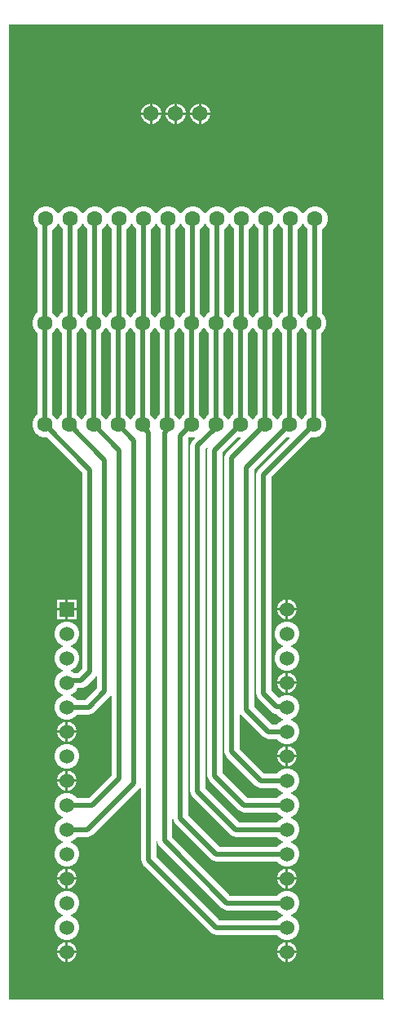
<source format=gbr>
%TF.GenerationSoftware,Altium Limited,Altium Designer,23.10.1 (27)*%
G04 Layer_Physical_Order=2*
G04 Layer_Color=16711680*
%FSLAX45Y45*%
%MOMM*%
%TF.SameCoordinates,40559D1A-9741-442B-B983-05AFCF4434A8*%
%TF.FilePolarity,Positive*%
%TF.FileFunction,Copper,L2,Bot,Signal*%
%TF.Part,Single*%
G01*
G75*
%TA.AperFunction,ComponentPad*%
%ADD11R,1.53000X1.53000*%
%ADD12C,1.53000*%
%ADD13C,1.60000*%
%TA.AperFunction,Conductor*%
%ADD14C,0.50800*%
G36*
X6438900Y2590800D02*
X6439867Y2589833D01*
X6435006Y2578100D01*
X2552700D01*
Y12700000D01*
X6438900D01*
Y2590800D01*
D02*
G37*
%LPC*%
G36*
X4547776Y11878300D02*
X4546600D01*
Y11785600D01*
X4639300D01*
Y11786776D01*
X4632117Y11813583D01*
X4618241Y11837617D01*
X4598617Y11857241D01*
X4574583Y11871117D01*
X4547776Y11878300D01*
D02*
G37*
G36*
X4039776D02*
X4038600D01*
Y11785600D01*
X4131300D01*
Y11786776D01*
X4124117Y11813583D01*
X4110241Y11837617D01*
X4090617Y11857241D01*
X4066583Y11871117D01*
X4039776Y11878300D01*
D02*
G37*
G36*
X4293776D02*
X4292600D01*
Y11785600D01*
X4385300D01*
Y11786776D01*
X4378117Y11813583D01*
X4364241Y11837617D01*
X4344617Y11857241D01*
X4320583Y11871117D01*
X4293776Y11878300D01*
D02*
G37*
G36*
X4521200D02*
X4520024D01*
X4493217Y11871117D01*
X4469183Y11857241D01*
X4449559Y11837617D01*
X4435683Y11813583D01*
X4428500Y11786776D01*
Y11785600D01*
X4521200D01*
Y11878300D01*
D02*
G37*
G36*
X4013200D02*
X4012024D01*
X3985217Y11871117D01*
X3961183Y11857241D01*
X3941559Y11837617D01*
X3927683Y11813583D01*
X3920500Y11786776D01*
Y11785600D01*
X4013200D01*
Y11878300D01*
D02*
G37*
G36*
X4267200D02*
X4266024D01*
X4239217Y11871117D01*
X4215183Y11857241D01*
X4195559Y11837617D01*
X4181683Y11813583D01*
X4174500Y11786776D01*
Y11785600D01*
X4267200D01*
Y11878300D01*
D02*
G37*
G36*
X4639300Y11760200D02*
X4546600D01*
Y11667500D01*
X4547776D01*
X4574583Y11674683D01*
X4598617Y11688559D01*
X4618241Y11708183D01*
X4632117Y11732217D01*
X4639300Y11759024D01*
Y11760200D01*
D02*
G37*
G36*
X4521200D02*
X4428500D01*
Y11759024D01*
X4435683Y11732217D01*
X4449559Y11708183D01*
X4469183Y11688559D01*
X4493217Y11674683D01*
X4520024Y11667500D01*
X4521200D01*
Y11760200D01*
D02*
G37*
G36*
X4385300D02*
X4292600D01*
Y11667500D01*
X4293776D01*
X4320583Y11674683D01*
X4344617Y11688559D01*
X4364241Y11708183D01*
X4378117Y11732217D01*
X4385300Y11759024D01*
Y11760200D01*
D02*
G37*
G36*
X4267200D02*
X4174500D01*
Y11759024D01*
X4181683Y11732217D01*
X4195559Y11708183D01*
X4215183Y11688559D01*
X4239217Y11674683D01*
X4266024Y11667500D01*
X4267200D01*
Y11760200D01*
D02*
G37*
G36*
X4131300D02*
X4038600D01*
Y11667500D01*
X4039776D01*
X4066583Y11674683D01*
X4090617Y11688559D01*
X4110241Y11708183D01*
X4124117Y11732217D01*
X4131300Y11759024D01*
Y11760200D01*
D02*
G37*
G36*
X4013200D02*
X3920500D01*
Y11759024D01*
X3927683Y11732217D01*
X3941559Y11708183D01*
X3961183Y11688559D01*
X3985217Y11674683D01*
X4012024Y11667500D01*
X4013200D01*
Y11760200D01*
D02*
G37*
G36*
X5744920Y10811500D02*
X5710480D01*
X5677213Y10802586D01*
X5647387Y10785366D01*
X5623034Y10761013D01*
X5607773Y10734579D01*
X5603728Y10733454D01*
X5597672D01*
X5593627Y10734579D01*
X5578366Y10761013D01*
X5554013Y10785366D01*
X5524187Y10802586D01*
X5490920Y10811500D01*
X5456480D01*
X5423213Y10802586D01*
X5393387Y10785366D01*
X5369034Y10761013D01*
X5353773Y10734579D01*
X5349728Y10733454D01*
X5343672D01*
X5339627Y10734579D01*
X5324366Y10761013D01*
X5300013Y10785366D01*
X5270187Y10802586D01*
X5236920Y10811500D01*
X5202480D01*
X5169213Y10802586D01*
X5139387Y10785366D01*
X5115034Y10761013D01*
X5099773Y10734579D01*
X5095728Y10733454D01*
X5089672D01*
X5085627Y10734579D01*
X5070366Y10761013D01*
X5046013Y10785366D01*
X5016187Y10802586D01*
X4982920Y10811500D01*
X4948480D01*
X4915213Y10802586D01*
X4885387Y10785366D01*
X4861034Y10761013D01*
X4845773Y10734579D01*
X4841728Y10733454D01*
X4835672D01*
X4831627Y10734579D01*
X4816366Y10761013D01*
X4792013Y10785366D01*
X4762187Y10802586D01*
X4728920Y10811500D01*
X4694480D01*
X4661213Y10802586D01*
X4631387Y10785366D01*
X4607034Y10761013D01*
X4591773Y10734579D01*
X4587728Y10733454D01*
X4581672D01*
X4577627Y10734579D01*
X4562366Y10761013D01*
X4538013Y10785366D01*
X4508187Y10802586D01*
X4474920Y10811500D01*
X4440480D01*
X4407213Y10802586D01*
X4377387Y10785366D01*
X4353034Y10761013D01*
X4337773Y10734579D01*
X4333728Y10733454D01*
X4327672D01*
X4323627Y10734579D01*
X4308366Y10761013D01*
X4284013Y10785366D01*
X4254187Y10802586D01*
X4220920Y10811500D01*
X4186480D01*
X4153213Y10802586D01*
X4123387Y10785366D01*
X4099034Y10761013D01*
X4083773Y10734579D01*
X4079728Y10733454D01*
X4073672D01*
X4069627Y10734579D01*
X4054366Y10761013D01*
X4030013Y10785366D01*
X4000187Y10802586D01*
X3966920Y10811500D01*
X3932480D01*
X3899213Y10802586D01*
X3869387Y10785366D01*
X3845034Y10761013D01*
X3829773Y10734579D01*
X3825728Y10733454D01*
X3819672D01*
X3815627Y10734579D01*
X3800366Y10761013D01*
X3776013Y10785366D01*
X3746187Y10802586D01*
X3712920Y10811500D01*
X3678480D01*
X3645213Y10802586D01*
X3615387Y10785366D01*
X3591034Y10761013D01*
X3575773Y10734579D01*
X3571728Y10733454D01*
X3565672D01*
X3561627Y10734579D01*
X3546366Y10761013D01*
X3522013Y10785366D01*
X3492187Y10802586D01*
X3458920Y10811500D01*
X3424480D01*
X3391213Y10802586D01*
X3361387Y10785366D01*
X3337034Y10761013D01*
X3321773Y10734579D01*
X3317728Y10733454D01*
X3311672D01*
X3307627Y10734579D01*
X3292366Y10761013D01*
X3268013Y10785366D01*
X3238187Y10802586D01*
X3204920Y10811500D01*
X3170480D01*
X3137213Y10802586D01*
X3107387Y10785366D01*
X3083034Y10761013D01*
X3067773Y10734579D01*
X3063728Y10733454D01*
X3057672D01*
X3053627Y10734579D01*
X3038366Y10761013D01*
X3014013Y10785366D01*
X2984187Y10802586D01*
X2950920Y10811500D01*
X2916480D01*
X2883213Y10802586D01*
X2853387Y10785366D01*
X2829034Y10761013D01*
X2811814Y10731187D01*
X2802900Y10697920D01*
Y10663480D01*
X2811814Y10630213D01*
X2829034Y10600387D01*
X2844142Y10585279D01*
Y9707861D01*
X2840687Y9705866D01*
X2816334Y9681513D01*
X2799114Y9651687D01*
X2790200Y9618420D01*
Y9583980D01*
X2799114Y9550713D01*
X2816334Y9520887D01*
X2840687Y9496534D01*
X2844142Y9494539D01*
Y8653761D01*
X2840687Y8651766D01*
X2816334Y8627413D01*
X2799114Y8597587D01*
X2790200Y8564320D01*
Y8529880D01*
X2799114Y8496613D01*
X2816334Y8466787D01*
X2840687Y8442434D01*
X2870513Y8425214D01*
X2903780Y8416300D01*
X2938220D01*
X2942074Y8417333D01*
X3314042Y8045364D01*
Y6013535D01*
X3264319Y5963813D01*
X3233217D01*
X3227764Y5969265D01*
X3198736Y5986025D01*
X3191178Y5988050D01*
Y6000750D01*
X3198736Y6002775D01*
X3227764Y6019535D01*
X3251465Y6043236D01*
X3268225Y6072264D01*
X3276900Y6104641D01*
Y6138159D01*
X3268225Y6170536D01*
X3251465Y6199564D01*
X3227764Y6223265D01*
X3198736Y6240025D01*
X3191178Y6242050D01*
Y6254750D01*
X3198736Y6256775D01*
X3227764Y6273535D01*
X3251465Y6297236D01*
X3268225Y6326264D01*
X3276900Y6358641D01*
Y6392159D01*
X3268225Y6424536D01*
X3251465Y6453564D01*
X3227764Y6477265D01*
X3198736Y6494025D01*
X3166359Y6502700D01*
X3132841D01*
X3100464Y6494025D01*
X3071436Y6477265D01*
X3047735Y6453564D01*
X3030975Y6424536D01*
X3022300Y6392159D01*
Y6358641D01*
X3030975Y6326264D01*
X3047735Y6297236D01*
X3071436Y6273535D01*
X3100464Y6256775D01*
X3108022Y6254750D01*
Y6242050D01*
X3100464Y6240025D01*
X3071436Y6223265D01*
X3047735Y6199564D01*
X3030975Y6170536D01*
X3022300Y6138159D01*
Y6104641D01*
X3030975Y6072264D01*
X3047735Y6043236D01*
X3071436Y6019535D01*
X3100464Y6002775D01*
X3108022Y6000750D01*
Y5988050D01*
X3100464Y5986025D01*
X3071436Y5969265D01*
X3047735Y5945564D01*
X3030975Y5916536D01*
X3022300Y5884159D01*
Y5850641D01*
X3030975Y5818264D01*
X3047735Y5789236D01*
X3071436Y5765535D01*
X3100464Y5748775D01*
X3108022Y5746750D01*
Y5734050D01*
X3100464Y5732025D01*
X3071436Y5715265D01*
X3047735Y5691564D01*
X3030975Y5662536D01*
X3022300Y5630159D01*
Y5596641D01*
X3030975Y5564264D01*
X3047735Y5535236D01*
X3071436Y5511535D01*
X3100464Y5494775D01*
X3132841Y5486100D01*
X3166359D01*
X3198736Y5494775D01*
X3227764Y5511535D01*
X3251465Y5535236D01*
X3252220Y5536542D01*
X3378200D01*
X3398092Y5539161D01*
X3416629Y5546839D01*
X3432547Y5559053D01*
X3597647Y5724153D01*
X3606142Y5735225D01*
X3618842Y5730914D01*
Y4908636D01*
X3384464Y4674258D01*
X3252220D01*
X3251465Y4675564D01*
X3227764Y4699265D01*
X3198736Y4716025D01*
X3166359Y4724700D01*
X3132841D01*
X3100464Y4716025D01*
X3071436Y4699265D01*
X3047735Y4675564D01*
X3030975Y4646536D01*
X3022300Y4614159D01*
Y4580641D01*
X3030975Y4548264D01*
X3047735Y4519236D01*
X3071436Y4495535D01*
X3100464Y4478775D01*
X3108022Y4476750D01*
Y4464050D01*
X3100464Y4462025D01*
X3071436Y4445265D01*
X3047735Y4421564D01*
X3030975Y4392536D01*
X3022300Y4360159D01*
Y4326641D01*
X3030975Y4294264D01*
X3047735Y4265236D01*
X3071436Y4241535D01*
X3100464Y4224775D01*
X3108022Y4222750D01*
Y4210050D01*
X3100464Y4208025D01*
X3071436Y4191265D01*
X3047735Y4167564D01*
X3030975Y4138536D01*
X3022300Y4106159D01*
Y4072641D01*
X3030975Y4040264D01*
X3047735Y4011236D01*
X3071436Y3987535D01*
X3100464Y3970775D01*
X3132841Y3962100D01*
X3166359D01*
X3198736Y3970775D01*
X3227764Y3987535D01*
X3251465Y4011236D01*
X3268225Y4040264D01*
X3276900Y4072641D01*
Y4106159D01*
X3268225Y4138536D01*
X3251465Y4167564D01*
X3227764Y4191265D01*
X3198736Y4208025D01*
X3191178Y4210050D01*
Y4222750D01*
X3198736Y4224775D01*
X3227764Y4241535D01*
X3251465Y4265236D01*
X3252220Y4266542D01*
X3365500D01*
X3385392Y4269161D01*
X3403929Y4276839D01*
X3419847Y4289053D01*
X3902447Y4771653D01*
X3910942Y4782725D01*
X3923642Y4778414D01*
Y4025900D01*
X3926261Y4006008D01*
X3933939Y3987471D01*
X3946153Y3971554D01*
X4644654Y3273053D01*
X4660571Y3260839D01*
X4679108Y3253161D01*
X4699000Y3250542D01*
X4699002Y3250542D01*
X5332980D01*
X5333735Y3249236D01*
X5357436Y3225535D01*
X5386464Y3208775D01*
X5418841Y3200100D01*
X5452359D01*
X5484736Y3208775D01*
X5513764Y3225535D01*
X5537465Y3249236D01*
X5554225Y3278264D01*
X5562900Y3310641D01*
Y3344159D01*
X5554225Y3376536D01*
X5537465Y3405564D01*
X5513764Y3429265D01*
X5484736Y3446025D01*
X5477178Y3448050D01*
Y3460750D01*
X5484736Y3462775D01*
X5513764Y3479535D01*
X5537465Y3503236D01*
X5554225Y3532264D01*
X5562900Y3564641D01*
Y3598159D01*
X5554225Y3630536D01*
X5537465Y3659564D01*
X5513764Y3683265D01*
X5484736Y3700025D01*
X5452359Y3708700D01*
X5418841D01*
X5386464Y3700025D01*
X5357436Y3683265D01*
X5333735Y3659564D01*
X5332980Y3658258D01*
X4845136D01*
X4242458Y4260936D01*
Y4446877D01*
X4255158Y4447710D01*
X4256461Y4437808D01*
X4264139Y4419271D01*
X4276353Y4403354D01*
X4644654Y4035053D01*
X4660571Y4022839D01*
X4679108Y4015161D01*
X4699000Y4012542D01*
X5332980D01*
X5333735Y4011236D01*
X5357436Y3987535D01*
X5386464Y3970775D01*
X5418841Y3962100D01*
X5452359D01*
X5484736Y3970775D01*
X5513764Y3987535D01*
X5537465Y4011236D01*
X5554225Y4040264D01*
X5562900Y4072641D01*
Y4106159D01*
X5554225Y4138536D01*
X5537465Y4167564D01*
X5513764Y4191265D01*
X5484736Y4208025D01*
X5477178Y4210050D01*
Y4222750D01*
X5484736Y4224775D01*
X5513764Y4241535D01*
X5537465Y4265236D01*
X5554225Y4294264D01*
X5562900Y4326641D01*
Y4360159D01*
X5554225Y4392536D01*
X5537465Y4421564D01*
X5513764Y4445265D01*
X5484736Y4462025D01*
X5477178Y4464050D01*
Y4476750D01*
X5484736Y4478775D01*
X5513764Y4495535D01*
X5537465Y4519236D01*
X5554225Y4548264D01*
X5562900Y4580641D01*
Y4614159D01*
X5554225Y4646536D01*
X5537465Y4675564D01*
X5513764Y4699265D01*
X5484736Y4716025D01*
X5477178Y4718050D01*
Y4730750D01*
X5484736Y4732775D01*
X5513764Y4749535D01*
X5537465Y4773236D01*
X5554225Y4802264D01*
X5562900Y4834641D01*
Y4868159D01*
X5554225Y4900536D01*
X5537465Y4929564D01*
X5513764Y4953265D01*
X5484736Y4970025D01*
X5452359Y4978700D01*
X5418841D01*
X5386464Y4970025D01*
X5357436Y4953265D01*
X5333735Y4929564D01*
X5332980Y4928258D01*
X5193571D01*
X4940958Y5180871D01*
Y5540414D01*
X4953658Y5544725D01*
X4962153Y5533653D01*
X5190753Y5305053D01*
X5206671Y5292839D01*
X5225208Y5285161D01*
X5245100Y5282542D01*
X5332980D01*
X5333735Y5281236D01*
X5357436Y5257535D01*
X5386464Y5240775D01*
X5418841Y5232100D01*
X5452359D01*
X5484736Y5240775D01*
X5513764Y5257535D01*
X5537465Y5281236D01*
X5554225Y5310264D01*
X5562900Y5342641D01*
Y5376159D01*
X5554225Y5408536D01*
X5537465Y5437564D01*
X5513764Y5461265D01*
X5484736Y5478025D01*
X5477178Y5480050D01*
Y5492750D01*
X5484736Y5494775D01*
X5513764Y5511535D01*
X5537465Y5535236D01*
X5554225Y5564264D01*
X5562900Y5596641D01*
Y5630159D01*
X5554225Y5662536D01*
X5537465Y5691564D01*
X5513764Y5715265D01*
X5484736Y5732025D01*
X5452359Y5740700D01*
X5418841D01*
X5386464Y5732025D01*
X5357436Y5715265D01*
X5349132Y5706961D01*
X5271158Y5784936D01*
Y7994564D01*
X5693926Y8417333D01*
X5697780Y8416300D01*
X5732220D01*
X5765487Y8425214D01*
X5795313Y8442434D01*
X5819666Y8466787D01*
X5836886Y8496613D01*
X5845800Y8529880D01*
Y8564320D01*
X5836886Y8597587D01*
X5819666Y8627413D01*
X5795313Y8651766D01*
X5791858Y8653761D01*
Y9494539D01*
X5795313Y9496534D01*
X5819666Y9520887D01*
X5836886Y9550713D01*
X5845800Y9583980D01*
Y9618420D01*
X5836886Y9651687D01*
X5819666Y9681513D01*
X5798208Y9702971D01*
Y10570373D01*
X5808013Y10576034D01*
X5832366Y10600387D01*
X5849586Y10630213D01*
X5858500Y10663480D01*
Y10697920D01*
X5849586Y10731187D01*
X5832366Y10761013D01*
X5808013Y10785366D01*
X5778187Y10802586D01*
X5744920Y10811500D01*
D02*
G37*
G36*
X5449016Y6731300D02*
X5448300D01*
Y6642100D01*
X5537500D01*
Y6642816D01*
X5530556Y6668732D01*
X5517140Y6691968D01*
X5498168Y6710940D01*
X5474932Y6724356D01*
X5449016Y6731300D01*
D02*
G37*
G36*
X5422900D02*
X5422184D01*
X5396268Y6724356D01*
X5373032Y6710940D01*
X5354060Y6691968D01*
X5340644Y6668732D01*
X5333700Y6642816D01*
Y6642100D01*
X5422900D01*
Y6731300D01*
D02*
G37*
G36*
X3251500D02*
X3162300D01*
Y6642100D01*
X3251500D01*
Y6731300D01*
D02*
G37*
G36*
X3136900D02*
X3047700D01*
Y6642100D01*
X3136900D01*
Y6731300D01*
D02*
G37*
G36*
X5537500Y6616700D02*
X5448300D01*
Y6527500D01*
X5449016D01*
X5474932Y6534444D01*
X5498168Y6547860D01*
X5517140Y6566832D01*
X5530556Y6590068D01*
X5537500Y6615984D01*
Y6616700D01*
D02*
G37*
G36*
X5422900D02*
X5333700D01*
Y6615984D01*
X5340644Y6590068D01*
X5354060Y6566832D01*
X5373032Y6547860D01*
X5396268Y6534444D01*
X5422184Y6527500D01*
X5422900D01*
Y6616700D01*
D02*
G37*
G36*
X3251500D02*
X3162300D01*
Y6527500D01*
X3251500D01*
Y6616700D01*
D02*
G37*
G36*
X3136900D02*
X3047700D01*
Y6527500D01*
X3136900D01*
Y6616700D01*
D02*
G37*
G36*
X5452359Y6502700D02*
X5418841D01*
X5386464Y6494025D01*
X5357436Y6477265D01*
X5333735Y6453564D01*
X5316975Y6424536D01*
X5308300Y6392159D01*
Y6358641D01*
X5316975Y6326264D01*
X5333735Y6297236D01*
X5357436Y6273535D01*
X5386464Y6256775D01*
X5394022Y6254750D01*
Y6242050D01*
X5386464Y6240025D01*
X5357436Y6223265D01*
X5333735Y6199564D01*
X5316975Y6170536D01*
X5308300Y6138159D01*
Y6104641D01*
X5316975Y6072264D01*
X5333735Y6043236D01*
X5357436Y6019535D01*
X5386464Y6002775D01*
X5418841Y5994100D01*
X5452359D01*
X5484736Y6002775D01*
X5513764Y6019535D01*
X5537465Y6043236D01*
X5554225Y6072264D01*
X5562900Y6104641D01*
Y6138159D01*
X5554225Y6170536D01*
X5537465Y6199564D01*
X5513764Y6223265D01*
X5484736Y6240025D01*
X5477178Y6242050D01*
Y6254750D01*
X5484736Y6256775D01*
X5513764Y6273535D01*
X5537465Y6297236D01*
X5554225Y6326264D01*
X5562900Y6358641D01*
Y6392159D01*
X5554225Y6424536D01*
X5537465Y6453564D01*
X5513764Y6477265D01*
X5484736Y6494025D01*
X5452359Y6502700D01*
D02*
G37*
G36*
X5449016Y5969300D02*
X5448300D01*
Y5880100D01*
X5537500D01*
Y5880816D01*
X5530556Y5906732D01*
X5517140Y5929968D01*
X5498168Y5948940D01*
X5474932Y5962356D01*
X5449016Y5969300D01*
D02*
G37*
G36*
X5422900D02*
X5422184D01*
X5396268Y5962356D01*
X5373032Y5948940D01*
X5354060Y5929968D01*
X5340644Y5906732D01*
X5333700Y5880816D01*
Y5880100D01*
X5422900D01*
Y5969300D01*
D02*
G37*
G36*
X5537500Y5854700D02*
X5448300D01*
Y5765500D01*
X5449016D01*
X5474932Y5772444D01*
X5498168Y5785860D01*
X5517140Y5804832D01*
X5530556Y5828068D01*
X5537500Y5853984D01*
Y5854700D01*
D02*
G37*
G36*
X5422900D02*
X5333700D01*
Y5853984D01*
X5340644Y5828068D01*
X5354060Y5804832D01*
X5373032Y5785860D01*
X5396268Y5772444D01*
X5422184Y5765500D01*
X5422900D01*
Y5854700D01*
D02*
G37*
G36*
X3163016Y5461300D02*
X3162300D01*
Y5372100D01*
X3251500D01*
Y5372816D01*
X3244556Y5398732D01*
X3231140Y5421968D01*
X3212168Y5440940D01*
X3188932Y5454356D01*
X3163016Y5461300D01*
D02*
G37*
G36*
X3136900D02*
X3136184D01*
X3110268Y5454356D01*
X3087032Y5440940D01*
X3068060Y5421968D01*
X3054644Y5398732D01*
X3047700Y5372816D01*
Y5372100D01*
X3136900D01*
Y5461300D01*
D02*
G37*
G36*
X3251500Y5346700D02*
X3162300D01*
Y5257500D01*
X3163016D01*
X3188932Y5264444D01*
X3212168Y5277860D01*
X3231140Y5296832D01*
X3244556Y5320068D01*
X3251500Y5345984D01*
Y5346700D01*
D02*
G37*
G36*
X3136900D02*
X3047700D01*
Y5345984D01*
X3054644Y5320068D01*
X3068060Y5296832D01*
X3087032Y5277860D01*
X3110268Y5264444D01*
X3136184Y5257500D01*
X3136900D01*
Y5346700D01*
D02*
G37*
G36*
X5449016Y5207300D02*
X5448300D01*
Y5118100D01*
X5537500D01*
Y5118816D01*
X5530556Y5144732D01*
X5517140Y5167968D01*
X5498168Y5186940D01*
X5474932Y5200356D01*
X5449016Y5207300D01*
D02*
G37*
G36*
X5422900D02*
X5422184D01*
X5396268Y5200356D01*
X5373032Y5186940D01*
X5354060Y5167968D01*
X5340644Y5144732D01*
X5333700Y5118816D01*
Y5118100D01*
X5422900D01*
Y5207300D01*
D02*
G37*
G36*
X5537500Y5092700D02*
X5448300D01*
Y5003500D01*
X5449016D01*
X5474932Y5010444D01*
X5498168Y5023860D01*
X5517140Y5042832D01*
X5530556Y5066068D01*
X5537500Y5091984D01*
Y5092700D01*
D02*
G37*
G36*
X5422900D02*
X5333700D01*
Y5091984D01*
X5340644Y5066068D01*
X5354060Y5042832D01*
X5373032Y5023860D01*
X5396268Y5010444D01*
X5422184Y5003500D01*
X5422900D01*
Y5092700D01*
D02*
G37*
G36*
X3166359Y5232700D02*
X3132841D01*
X3100464Y5224025D01*
X3071436Y5207265D01*
X3047735Y5183564D01*
X3030975Y5154536D01*
X3022300Y5122159D01*
Y5088641D01*
X3030975Y5056264D01*
X3047735Y5027236D01*
X3071436Y5003535D01*
X3100464Y4986775D01*
X3132841Y4978100D01*
X3166359D01*
X3198736Y4986775D01*
X3227764Y5003535D01*
X3251465Y5027236D01*
X3268225Y5056264D01*
X3276900Y5088641D01*
Y5122159D01*
X3268225Y5154536D01*
X3251465Y5183564D01*
X3227764Y5207265D01*
X3198736Y5224025D01*
X3166359Y5232700D01*
D02*
G37*
G36*
X3163016Y4953300D02*
X3162300D01*
Y4864100D01*
X3251500D01*
Y4864816D01*
X3244556Y4890732D01*
X3231140Y4913968D01*
X3212168Y4932940D01*
X3188932Y4946356D01*
X3163016Y4953300D01*
D02*
G37*
G36*
X3136900D02*
X3136184D01*
X3110268Y4946356D01*
X3087032Y4932940D01*
X3068060Y4913968D01*
X3054644Y4890732D01*
X3047700Y4864816D01*
Y4864100D01*
X3136900D01*
Y4953300D01*
D02*
G37*
G36*
X3251500Y4838700D02*
X3162300D01*
Y4749500D01*
X3163016D01*
X3188932Y4756444D01*
X3212168Y4769860D01*
X3231140Y4788832D01*
X3244556Y4812068D01*
X3251500Y4837984D01*
Y4838700D01*
D02*
G37*
G36*
X3136900D02*
X3047700D01*
Y4837984D01*
X3054644Y4812068D01*
X3068060Y4788832D01*
X3087032Y4769860D01*
X3110268Y4756444D01*
X3136184Y4749500D01*
X3136900D01*
Y4838700D01*
D02*
G37*
G36*
X5449016Y3937300D02*
X5448300D01*
Y3848100D01*
X5537500D01*
Y3848816D01*
X5530556Y3874732D01*
X5517140Y3897968D01*
X5498168Y3916940D01*
X5474932Y3930356D01*
X5449016Y3937300D01*
D02*
G37*
G36*
X5422900D02*
X5422184D01*
X5396268Y3930356D01*
X5373032Y3916940D01*
X5354060Y3897968D01*
X5340644Y3874732D01*
X5333700Y3848816D01*
Y3848100D01*
X5422900D01*
Y3937300D01*
D02*
G37*
G36*
X3163016D02*
X3162300D01*
Y3848100D01*
X3251500D01*
Y3848816D01*
X3244556Y3874732D01*
X3231140Y3897968D01*
X3212168Y3916940D01*
X3188932Y3930356D01*
X3163016Y3937300D01*
D02*
G37*
G36*
X3136900D02*
X3136184D01*
X3110268Y3930356D01*
X3087032Y3916940D01*
X3068060Y3897968D01*
X3054644Y3874732D01*
X3047700Y3848816D01*
Y3848100D01*
X3136900D01*
Y3937300D01*
D02*
G37*
G36*
X5537500Y3822700D02*
X5448300D01*
Y3733500D01*
X5449016D01*
X5474932Y3740444D01*
X5498168Y3753860D01*
X5517140Y3772832D01*
X5530556Y3796068D01*
X5537500Y3821984D01*
Y3822700D01*
D02*
G37*
G36*
X5422900D02*
X5333700D01*
Y3821984D01*
X5340644Y3796068D01*
X5354060Y3772832D01*
X5373032Y3753860D01*
X5396268Y3740444D01*
X5422184Y3733500D01*
X5422900D01*
Y3822700D01*
D02*
G37*
G36*
X3251500D02*
X3162300D01*
Y3733500D01*
X3163016D01*
X3188932Y3740444D01*
X3212168Y3753860D01*
X3231140Y3772832D01*
X3244556Y3796068D01*
X3251500Y3821984D01*
Y3822700D01*
D02*
G37*
G36*
X3136900D02*
X3047700D01*
Y3821984D01*
X3054644Y3796068D01*
X3068060Y3772832D01*
X3087032Y3753860D01*
X3110268Y3740444D01*
X3136184Y3733500D01*
X3136900D01*
Y3822700D01*
D02*
G37*
G36*
X3166359Y3708700D02*
X3132841D01*
X3100464Y3700025D01*
X3071436Y3683265D01*
X3047735Y3659564D01*
X3030975Y3630536D01*
X3022300Y3598159D01*
Y3564641D01*
X3030975Y3532264D01*
X3047735Y3503236D01*
X3071436Y3479535D01*
X3100464Y3462775D01*
X3108022Y3460750D01*
Y3448050D01*
X3100464Y3446025D01*
X3071436Y3429265D01*
X3047735Y3405564D01*
X3030975Y3376536D01*
X3022300Y3344159D01*
Y3310641D01*
X3030975Y3278264D01*
X3047735Y3249236D01*
X3071436Y3225535D01*
X3100464Y3208775D01*
X3132841Y3200100D01*
X3166359D01*
X3198736Y3208775D01*
X3227764Y3225535D01*
X3251465Y3249236D01*
X3268225Y3278264D01*
X3276900Y3310641D01*
Y3344159D01*
X3268225Y3376536D01*
X3251465Y3405564D01*
X3227764Y3429265D01*
X3198736Y3446025D01*
X3191178Y3448050D01*
Y3460750D01*
X3198736Y3462775D01*
X3227764Y3479535D01*
X3251465Y3503236D01*
X3268225Y3532264D01*
X3276900Y3564641D01*
Y3598159D01*
X3268225Y3630536D01*
X3251465Y3659564D01*
X3227764Y3683265D01*
X3198736Y3700025D01*
X3166359Y3708700D01*
D02*
G37*
G36*
X5449016Y3175300D02*
X5448300D01*
Y3086100D01*
X5537500D01*
Y3086816D01*
X5530556Y3112732D01*
X5517140Y3135968D01*
X5498168Y3154940D01*
X5474932Y3168356D01*
X5449016Y3175300D01*
D02*
G37*
G36*
X5422900D02*
X5422184D01*
X5396268Y3168356D01*
X5373032Y3154940D01*
X5354060Y3135968D01*
X5340644Y3112732D01*
X5333700Y3086816D01*
Y3086100D01*
X5422900D01*
Y3175300D01*
D02*
G37*
G36*
X3163016D02*
X3162300D01*
Y3086100D01*
X3251500D01*
Y3086816D01*
X3244556Y3112732D01*
X3231140Y3135968D01*
X3212168Y3154940D01*
X3188932Y3168356D01*
X3163016Y3175300D01*
D02*
G37*
G36*
X3136900D02*
X3136184D01*
X3110268Y3168356D01*
X3087032Y3154940D01*
X3068060Y3135968D01*
X3054644Y3112732D01*
X3047700Y3086816D01*
Y3086100D01*
X3136900D01*
Y3175300D01*
D02*
G37*
G36*
X5537500Y3060700D02*
X5448300D01*
Y2971500D01*
X5449016D01*
X5474932Y2978444D01*
X5498168Y2991860D01*
X5517140Y3010832D01*
X5530556Y3034068D01*
X5537500Y3059984D01*
Y3060700D01*
D02*
G37*
G36*
X5422900D02*
X5333700D01*
Y3059984D01*
X5340644Y3034068D01*
X5354060Y3010832D01*
X5373032Y2991860D01*
X5396268Y2978444D01*
X5422184Y2971500D01*
X5422900D01*
Y3060700D01*
D02*
G37*
G36*
X3251500D02*
X3162300D01*
Y2971500D01*
X3163016D01*
X3188932Y2978444D01*
X3212168Y2991860D01*
X3231140Y3010832D01*
X3244556Y3034068D01*
X3251500Y3059984D01*
Y3060700D01*
D02*
G37*
G36*
X3136900D02*
X3047700D01*
Y3059984D01*
X3054644Y3034068D01*
X3068060Y3010832D01*
X3087032Y2991860D01*
X3110268Y2978444D01*
X3136184Y2971500D01*
X3136900D01*
Y3060700D01*
D02*
G37*
%LPD*%
G36*
X5607773Y10626821D02*
X5623034Y10600387D01*
X5644492Y10578929D01*
Y9711527D01*
X5634687Y9705866D01*
X5610334Y9681513D01*
X5595073Y9655079D01*
X5591028Y9653954D01*
X5584972D01*
X5580927Y9655079D01*
X5565666Y9681513D01*
X5544208Y9702971D01*
Y10570373D01*
X5554013Y10576034D01*
X5578366Y10600387D01*
X5593627Y10626821D01*
X5597672Y10627946D01*
X5603728D01*
X5607773Y10626821D01*
D02*
G37*
G36*
X5353773D02*
X5369034Y10600387D01*
X5390492Y10578929D01*
Y9711527D01*
X5380687Y9705866D01*
X5356334Y9681513D01*
X5341073Y9655079D01*
X5337028Y9653954D01*
X5330972D01*
X5326927Y9655079D01*
X5311666Y9681513D01*
X5290208Y9702971D01*
Y10570373D01*
X5300013Y10576034D01*
X5324366Y10600387D01*
X5339627Y10626821D01*
X5343672Y10627946D01*
X5349728D01*
X5353773Y10626821D01*
D02*
G37*
G36*
X5099773D02*
X5115034Y10600387D01*
X5136492Y10578929D01*
Y9711527D01*
X5126687Y9705866D01*
X5102334Y9681513D01*
X5087073Y9655079D01*
X5083028Y9653954D01*
X5076972D01*
X5072927Y9655079D01*
X5057666Y9681513D01*
X5036208Y9702971D01*
Y10570373D01*
X5046013Y10576034D01*
X5070366Y10600387D01*
X5085627Y10626821D01*
X5089672Y10627946D01*
X5095728D01*
X5099773Y10626821D01*
D02*
G37*
G36*
X4845773D02*
X4861034Y10600387D01*
X4882492Y10578929D01*
Y9711527D01*
X4872687Y9705866D01*
X4848334Y9681513D01*
X4833073Y9655079D01*
X4829028Y9653954D01*
X4822972D01*
X4818927Y9655079D01*
X4803666Y9681513D01*
X4782208Y9702971D01*
Y10570373D01*
X4792013Y10576034D01*
X4816366Y10600387D01*
X4831627Y10626821D01*
X4835672Y10627946D01*
X4841728D01*
X4845773Y10626821D01*
D02*
G37*
G36*
X4591773D02*
X4607034Y10600387D01*
X4628492Y10578929D01*
Y9711527D01*
X4618687Y9705866D01*
X4594334Y9681513D01*
X4579073Y9655079D01*
X4575028Y9653954D01*
X4568972D01*
X4564927Y9655079D01*
X4549666Y9681513D01*
X4528208Y9702971D01*
Y10570373D01*
X4538013Y10576034D01*
X4562366Y10600387D01*
X4577627Y10626821D01*
X4581672Y10627946D01*
X4587728D01*
X4591773Y10626821D01*
D02*
G37*
G36*
X4337773D02*
X4353034Y10600387D01*
X4374492Y10578929D01*
Y9711527D01*
X4364687Y9705866D01*
X4340334Y9681513D01*
X4325073Y9655079D01*
X4321028Y9653954D01*
X4314972D01*
X4310927Y9655079D01*
X4295666Y9681513D01*
X4274208Y9702971D01*
Y10570373D01*
X4284013Y10576034D01*
X4308366Y10600387D01*
X4323627Y10626821D01*
X4327672Y10627946D01*
X4333728D01*
X4337773Y10626821D01*
D02*
G37*
G36*
X4083773D02*
X4099034Y10600387D01*
X4120492Y10578929D01*
Y9711527D01*
X4110687Y9705866D01*
X4086334Y9681513D01*
X4071073Y9655079D01*
X4067028Y9653954D01*
X4060972D01*
X4056927Y9655079D01*
X4041666Y9681513D01*
X4020208Y9702971D01*
Y10570373D01*
X4030013Y10576034D01*
X4054366Y10600387D01*
X4069627Y10626821D01*
X4073672Y10627946D01*
X4079728D01*
X4083773Y10626821D01*
D02*
G37*
G36*
X3829773D02*
X3845034Y10600387D01*
X3866492Y10578929D01*
Y9711527D01*
X3856687Y9705866D01*
X3832334Y9681513D01*
X3817073Y9655079D01*
X3813028Y9653954D01*
X3806972D01*
X3802927Y9655079D01*
X3787666Y9681513D01*
X3766208Y9702971D01*
Y10570373D01*
X3776013Y10576034D01*
X3800366Y10600387D01*
X3815627Y10626821D01*
X3819672Y10627946D01*
X3825728D01*
X3829773Y10626821D01*
D02*
G37*
G36*
X3575773D02*
X3591034Y10600387D01*
X3612492Y10578929D01*
Y9711527D01*
X3602687Y9705866D01*
X3578334Y9681513D01*
X3563073Y9655079D01*
X3559028Y9653954D01*
X3552972D01*
X3548927Y9655079D01*
X3533666Y9681513D01*
X3512208Y9702971D01*
Y10570373D01*
X3522013Y10576034D01*
X3546366Y10600387D01*
X3561627Y10626821D01*
X3565672Y10627946D01*
X3571728D01*
X3575773Y10626821D01*
D02*
G37*
G36*
X3321773D02*
X3337034Y10600387D01*
X3358492Y10578929D01*
Y9711527D01*
X3348687Y9705866D01*
X3324334Y9681513D01*
X3309073Y9655079D01*
X3305028Y9653954D01*
X3298972D01*
X3294927Y9655079D01*
X3279666Y9681513D01*
X3258208Y9702971D01*
Y10570373D01*
X3268013Y10576034D01*
X3292366Y10600387D01*
X3307627Y10626821D01*
X3311672Y10627946D01*
X3317728D01*
X3321773Y10626821D01*
D02*
G37*
G36*
X3067773D02*
X3083034Y10600387D01*
X3104492Y10578929D01*
Y9711527D01*
X3094687Y9705866D01*
X3070334Y9681513D01*
X3055073Y9655079D01*
X3051028Y9653954D01*
X3044972D01*
X3040927Y9655079D01*
X3025666Y9681513D01*
X3001313Y9705866D01*
X2997858Y9707861D01*
Y10566707D01*
X3014013Y10576034D01*
X3038366Y10600387D01*
X3053627Y10626821D01*
X3057672Y10627946D01*
X3063728D01*
X3067773Y10626821D01*
D02*
G37*
G36*
X5595073Y9547321D02*
X5610334Y9520887D01*
X5634687Y9496534D01*
X5638142Y9494539D01*
Y8653761D01*
X5634687Y8651766D01*
X5610334Y8627413D01*
X5595073Y8600979D01*
X5591028Y8599854D01*
X5584972D01*
X5580927Y8600979D01*
X5565666Y8627413D01*
X5541313Y8651766D01*
X5537858Y8653761D01*
Y9494539D01*
X5541313Y9496534D01*
X5565666Y9520887D01*
X5580927Y9547321D01*
X5584972Y9548446D01*
X5591028D01*
X5595073Y9547321D01*
D02*
G37*
G36*
X5341073D02*
X5356334Y9520887D01*
X5380687Y9496534D01*
X5384142Y9494539D01*
Y8653761D01*
X5380687Y8651766D01*
X5356334Y8627413D01*
X5341073Y8600979D01*
X5337028Y8599854D01*
X5330972D01*
X5326927Y8600979D01*
X5311666Y8627413D01*
X5287313Y8651766D01*
X5283858Y8653761D01*
Y9494539D01*
X5287313Y9496534D01*
X5311666Y9520887D01*
X5326927Y9547321D01*
X5330972Y9548446D01*
X5337028D01*
X5341073Y9547321D01*
D02*
G37*
G36*
X5087073D02*
X5102334Y9520887D01*
X5126687Y9496534D01*
X5130142Y9494539D01*
Y8653761D01*
X5126687Y8651766D01*
X5102334Y8627413D01*
X5087073Y8600979D01*
X5083028Y8599854D01*
X5076972D01*
X5072927Y8600979D01*
X5057666Y8627413D01*
X5033313Y8651766D01*
X5029858Y8653761D01*
Y9494539D01*
X5033313Y9496534D01*
X5057666Y9520887D01*
X5072927Y9547321D01*
X5076972Y9548446D01*
X5083028D01*
X5087073Y9547321D01*
D02*
G37*
G36*
X4833073D02*
X4848334Y9520887D01*
X4872687Y9496534D01*
X4876142Y9494539D01*
Y8653761D01*
X4872687Y8651766D01*
X4848334Y8627413D01*
X4833073Y8600979D01*
X4829028Y8599854D01*
X4822972D01*
X4818927Y8600979D01*
X4803666Y8627413D01*
X4779313Y8651766D01*
X4775858Y8653761D01*
Y9494539D01*
X4779313Y9496534D01*
X4803666Y9520887D01*
X4818927Y9547321D01*
X4822972Y9548446D01*
X4829028D01*
X4833073Y9547321D01*
D02*
G37*
G36*
X4579073D02*
X4594334Y9520887D01*
X4618687Y9496534D01*
X4622142Y9494539D01*
Y8653761D01*
X4618687Y8651766D01*
X4594334Y8627413D01*
X4579073Y8600979D01*
X4575028Y8599854D01*
X4568972D01*
X4564927Y8600979D01*
X4549666Y8627413D01*
X4525313Y8651766D01*
X4521858Y8653761D01*
Y9494539D01*
X4525313Y9496534D01*
X4549666Y9520887D01*
X4564927Y9547321D01*
X4568972Y9548446D01*
X4575028D01*
X4579073Y9547321D01*
D02*
G37*
G36*
X4325073D02*
X4340334Y9520887D01*
X4364687Y9496534D01*
X4368142Y9494539D01*
Y8653761D01*
X4364687Y8651766D01*
X4340334Y8627413D01*
X4325073Y8600979D01*
X4321028Y8599854D01*
X4314972D01*
X4310927Y8600979D01*
X4295666Y8627413D01*
X4271313Y8651766D01*
X4267858Y8653761D01*
Y9494539D01*
X4271313Y9496534D01*
X4295666Y9520887D01*
X4310927Y9547321D01*
X4314972Y9548446D01*
X4321028D01*
X4325073Y9547321D01*
D02*
G37*
G36*
X4071073D02*
X4086334Y9520887D01*
X4110687Y9496534D01*
X4114142Y9494539D01*
Y8653761D01*
X4110687Y8651766D01*
X4086334Y8627413D01*
X4071073Y8600979D01*
X4067028Y8599854D01*
X4060972D01*
X4056927Y8600979D01*
X4041666Y8627413D01*
X4017313Y8651766D01*
X4013858Y8653761D01*
Y9494539D01*
X4017313Y9496534D01*
X4041666Y9520887D01*
X4056927Y9547321D01*
X4060972Y9548446D01*
X4067028D01*
X4071073Y9547321D01*
D02*
G37*
G36*
X3817073D02*
X3832334Y9520887D01*
X3856687Y9496534D01*
X3860142Y9494539D01*
Y8653761D01*
X3856687Y8651766D01*
X3832334Y8627413D01*
X3817073Y8600979D01*
X3813028Y8599854D01*
X3806972D01*
X3802927Y8600979D01*
X3787666Y8627413D01*
X3763313Y8651766D01*
X3759858Y8653761D01*
Y9494539D01*
X3763313Y9496534D01*
X3787666Y9520887D01*
X3802927Y9547321D01*
X3806972Y9548446D01*
X3813028D01*
X3817073Y9547321D01*
D02*
G37*
G36*
X3563073D02*
X3578334Y9520887D01*
X3602687Y9496534D01*
X3606142Y9494539D01*
Y8653761D01*
X3602687Y8651766D01*
X3578334Y8627413D01*
X3563073Y8600979D01*
X3559028Y8599854D01*
X3552972D01*
X3548927Y8600979D01*
X3533666Y8627413D01*
X3509313Y8651766D01*
X3505858Y8653761D01*
Y9494539D01*
X3509313Y9496534D01*
X3533666Y9520887D01*
X3548927Y9547321D01*
X3552972Y9548446D01*
X3559028D01*
X3563073Y9547321D01*
D02*
G37*
G36*
X3309073D02*
X3324334Y9520887D01*
X3348687Y9496534D01*
X3352142Y9494539D01*
Y8653761D01*
X3348687Y8651766D01*
X3324334Y8627413D01*
X3309073Y8600979D01*
X3305028Y8599854D01*
X3298972D01*
X3294927Y8600979D01*
X3279666Y8627413D01*
X3255313Y8651766D01*
X3251858Y8653761D01*
Y9494539D01*
X3255313Y9496534D01*
X3279666Y9520887D01*
X3294927Y9547321D01*
X3298972Y9548446D01*
X3305028D01*
X3309073Y9547321D01*
D02*
G37*
G36*
X3055073D02*
X3070334Y9520887D01*
X3094687Y9496534D01*
X3098142Y9494539D01*
Y8653761D01*
X3094687Y8651766D01*
X3070334Y8627413D01*
X3055073Y8600979D01*
X3051028Y8599854D01*
X3044972D01*
X3040927Y8600979D01*
X3025666Y8627413D01*
X3001313Y8651766D01*
X2997858Y8653761D01*
Y9494539D01*
X3001313Y9496534D01*
X3025666Y9520887D01*
X3040927Y9547321D01*
X3044972Y9548446D01*
X3051028D01*
X3055073Y9547321D01*
D02*
G37*
G36*
X4480919Y8408162D02*
X4454153Y8381397D01*
X4441939Y8365479D01*
X4434261Y8346943D01*
X4431642Y8327050D01*
Y4737100D01*
X4434261Y4717208D01*
X4441939Y4698671D01*
X4454153Y4682753D01*
X4847853Y4289053D01*
X4863771Y4276839D01*
X4882308Y4269161D01*
X4902200Y4266542D01*
X5332980D01*
X5333735Y4265236D01*
X5357436Y4241535D01*
X5386464Y4224775D01*
X5394022Y4222750D01*
Y4210050D01*
X5386464Y4208025D01*
X5357436Y4191265D01*
X5333735Y4167564D01*
X5332980Y4166258D01*
X4730836D01*
X4407558Y4489536D01*
Y8400964D01*
X4423926Y8417333D01*
X4427780Y8416300D01*
X4462220D01*
X4474345Y8419549D01*
X4480919Y8408162D01*
D02*
G37*
G36*
X3466442Y5934114D02*
Y5810336D01*
X3346364Y5690258D01*
X3252220D01*
X3251465Y5691564D01*
X3227764Y5715265D01*
X3198736Y5732025D01*
X3191178Y5734050D01*
Y5746750D01*
X3198736Y5748775D01*
X3227764Y5765535D01*
X3251465Y5789236D01*
X3263510Y5810097D01*
X3296155D01*
X3316047Y5812716D01*
X3334584Y5820394D01*
X3350502Y5832608D01*
X3445246Y5927353D01*
X3445247Y5927353D01*
X3453742Y5938425D01*
X3466442Y5934114D01*
D02*
G37*
G36*
X5443780Y8416300D02*
X5458913D01*
X5463774Y8404567D01*
X5139953Y8080747D01*
X5127739Y8064829D01*
X5120061Y8046292D01*
X5117442Y8026400D01*
Y5753100D01*
X5120061Y5733208D01*
X5127739Y5714671D01*
X5139953Y5698753D01*
X5273278Y5565429D01*
X5289196Y5553214D01*
X5307733Y5545536D01*
X5327625Y5542918D01*
X5329299D01*
X5333735Y5535236D01*
X5357436Y5511535D01*
X5386464Y5494775D01*
X5394022Y5492750D01*
Y5480050D01*
X5386464Y5478025D01*
X5357436Y5461265D01*
X5333735Y5437564D01*
X5332980Y5436258D01*
X5276936D01*
X5093358Y5619836D01*
Y8070764D01*
X5439926Y8417333D01*
X5443780Y8416300D01*
D02*
G37*
G36*
X4935780D02*
X4950913D01*
X4955774Y8404567D01*
X4809753Y8258547D01*
X4797539Y8242629D01*
X4789861Y8224092D01*
X4787242Y8204200D01*
Y5149035D01*
X4789861Y5129143D01*
X4797539Y5110606D01*
X4809753Y5094689D01*
X5107389Y4797053D01*
X5123306Y4784839D01*
X5141843Y4777161D01*
X5161735Y4774542D01*
X5332980D01*
X5333735Y4773236D01*
X5357436Y4749535D01*
X5386464Y4732775D01*
X5394022Y4730750D01*
Y4718050D01*
X5386464Y4716025D01*
X5357436Y4699265D01*
X5333735Y4675564D01*
X5332980Y4674258D01*
X5022936D01*
X4763158Y4934036D01*
Y8248564D01*
X4931926Y8417333D01*
X4935780Y8416300D01*
D02*
G37*
G36*
X4614653Y8306550D02*
X4612061Y8300292D01*
X4609442Y8280400D01*
Y4902200D01*
X4612061Y4882308D01*
X4619739Y4863771D01*
X4631953Y4847853D01*
X4936753Y4543053D01*
X4952671Y4530839D01*
X4971208Y4523161D01*
X4991100Y4520542D01*
X5332980D01*
X5333735Y4519236D01*
X5357436Y4495535D01*
X5386464Y4478775D01*
X5394022Y4476750D01*
Y4464050D01*
X5386464Y4462025D01*
X5357436Y4445265D01*
X5333735Y4421564D01*
X5332980Y4420258D01*
X4934036D01*
X4585358Y4768936D01*
Y8295215D01*
X4603886Y8313744D01*
X4614653Y8306550D01*
D02*
G37*
G36*
X4091361Y4209208D02*
X4099039Y4190671D01*
X4111253Y4174754D01*
X4758954Y3527053D01*
X4774871Y3514839D01*
X4793408Y3507161D01*
X4813300Y3504542D01*
X5332980D01*
X5333735Y3503236D01*
X5357436Y3479535D01*
X5386464Y3462775D01*
X5394022Y3460750D01*
Y3448050D01*
X5386464Y3446025D01*
X5357436Y3429265D01*
X5333735Y3405564D01*
X5332980Y3404258D01*
X4730836D01*
X4077358Y4057736D01*
Y4218277D01*
X4090058Y4219110D01*
X4091361Y4209208D01*
D02*
G37*
D11*
X3149600Y6629400D02*
D03*
D12*
Y6375400D02*
D03*
Y6121400D02*
D03*
Y5867400D02*
D03*
Y5613400D02*
D03*
Y5359400D02*
D03*
Y5105400D02*
D03*
Y4851400D02*
D03*
Y4597400D02*
D03*
Y4343400D02*
D03*
Y4089400D02*
D03*
Y3835400D02*
D03*
Y3581400D02*
D03*
Y3327400D02*
D03*
Y3073400D02*
D03*
X5435600D02*
D03*
Y3327400D02*
D03*
Y3581400D02*
D03*
Y3835400D02*
D03*
Y4089400D02*
D03*
Y4343400D02*
D03*
Y4597400D02*
D03*
Y4851400D02*
D03*
Y5105400D02*
D03*
Y5359400D02*
D03*
Y5613400D02*
D03*
Y5867400D02*
D03*
Y6121400D02*
D03*
Y6375400D02*
D03*
Y6629400D02*
D03*
D13*
X2921000Y8547100D02*
D03*
X3175000D02*
D03*
X3429000D02*
D03*
X5715000D02*
D03*
X5461000D02*
D03*
X5207000D02*
D03*
X4953000D02*
D03*
X4699000D02*
D03*
X4445000D02*
D03*
X4191000D02*
D03*
X3937000D02*
D03*
X3683000D02*
D03*
X4025900Y11772900D02*
D03*
X4279900D02*
D03*
X4533900D02*
D03*
X2921000Y9601200D02*
D03*
X3175000D02*
D03*
X3429000D02*
D03*
X5715000D02*
D03*
X5461000D02*
D03*
X5207000D02*
D03*
X4953000D02*
D03*
X4699000D02*
D03*
X4445000D02*
D03*
X4191000D02*
D03*
X3937000D02*
D03*
X3683000D02*
D03*
X2933700Y10680700D02*
D03*
X3187700D02*
D03*
X3441700D02*
D03*
X5727700D02*
D03*
X5473700D02*
D03*
X5219700D02*
D03*
X4965700D02*
D03*
X4711700D02*
D03*
X4457700D02*
D03*
X4203700D02*
D03*
X3949700D02*
D03*
X3695700D02*
D03*
D14*
X4000500Y4025900D02*
Y8462742D01*
X4699000Y3327400D02*
X5435600D01*
X4000500Y4025900D02*
X4699000Y3327400D01*
X4165600Y4229100D02*
X4813300Y3581400D01*
X4165600Y4229100D02*
Y8462742D01*
X4813300Y3581400D02*
X5435600D01*
X4170106Y8496656D02*
X4191000Y8517550D01*
X4170106Y8467247D02*
Y8496656D01*
X4165600Y8462742D02*
X4170106Y8467247D01*
X4191000Y8517550D02*
Y9601200D01*
X4699000Y4089400D02*
X5435600D01*
X4330700Y4457700D02*
X4699000Y4089400D01*
X4330700Y4457700D02*
Y8432800D01*
X4445000Y8547100D01*
X5194300Y5753100D02*
Y8026400D01*
X5327625Y5619775D02*
X5429225D01*
X5194300Y5753100D02*
X5327625Y5619775D01*
X5429225D02*
X5435600Y5613400D01*
X5016500Y5588000D02*
X5245100Y5359400D01*
X5435600D01*
X5016500Y5588000D02*
Y8102600D01*
X4864100Y5149035D02*
Y8204200D01*
Y5149035D02*
X5161735Y4851400D01*
X5435600D01*
X4902200Y4343400D02*
X5435600D01*
X4508500Y4737100D02*
Y8327050D01*
Y4737100D02*
X4902200Y4343400D01*
X5016500Y8102600D02*
X5461000Y8547100D01*
X4864100Y8204200D02*
X5207000Y8547100D01*
X4686300Y8280400D02*
X4953000Y8547100D01*
X4686300Y4902200D02*
Y8280400D01*
Y4902200D02*
X4991100Y4597400D01*
X4508500Y8327050D02*
X4699000Y8517550D01*
X4445000Y8538942D02*
Y9601200D01*
X3937000Y8526242D02*
X4000500Y8462742D01*
X3937000Y8526242D02*
Y9601200D01*
X3416300Y4597400D02*
X3695700Y4876800D01*
X3429000Y8547100D02*
X3695700Y8280400D01*
Y4876800D02*
Y8280400D01*
X3378200Y5613400D02*
X3543300Y5778500D01*
X3175000Y8547100D02*
X3543300Y8178800D01*
Y5778500D02*
Y8178800D01*
X3296155Y5886955D02*
X3390900Y5981700D01*
Y8077200D01*
X2921000Y8547100D02*
X3390900Y8077200D01*
X4699000Y8517550D02*
Y9601200D01*
X5194300Y8026400D02*
X5715000Y8547100D01*
X3169155Y5886955D02*
X3296155D01*
X2921000Y8547100D02*
Y9601200D01*
X3149600Y5613400D02*
X3378200D01*
X3175000Y8547100D02*
Y9601200D01*
X2921000D02*
Y10668000D01*
X3149600Y5867400D02*
X3169155Y5886955D01*
X3149600Y4597400D02*
X3416300D01*
X3149600Y4343400D02*
X3365500D01*
X3848100Y4826000D02*
Y8382000D01*
X3365500Y4343400D02*
X3848100Y4826000D01*
X3683000Y8547100D02*
X3848100Y8382000D01*
X3429000Y8547100D02*
Y9601200D01*
X3683000Y8547100D02*
Y9601200D01*
X5207000Y8547100D02*
Y9601200D01*
X4953000Y8547100D02*
Y9601200D01*
X4991100Y4597400D02*
X5435600D01*
X5715000Y8547100D02*
Y9601200D01*
X5721350Y9607550D02*
Y10674350D01*
X5715000Y9601200D02*
X5721350Y9607550D01*
Y10674350D02*
X5727700Y10680700D01*
X5467350Y9607550D02*
Y10674350D01*
X5461000Y9601200D02*
X5467350Y9607550D01*
Y10674350D02*
X5473700Y10680700D01*
X5461000Y8547100D02*
Y9601200D01*
X5213350Y10674350D02*
X5219700Y10680700D01*
X5213350Y9607550D02*
Y10674350D01*
X5207000Y9601200D02*
X5213350Y9607550D01*
X4953000Y9601200D02*
X4959350Y9607550D01*
Y10674350D01*
X4965700Y10680700D01*
X4705350Y10674350D02*
X4711700Y10680700D01*
X4705350Y9607550D02*
Y10674350D01*
X4699000Y9601200D02*
X4705350Y9607550D01*
X4451350Y10674350D02*
X4457700Y10680700D01*
X4445000Y9601200D02*
X4451350Y9607550D01*
Y10674350D01*
X4197350Y9607550D02*
Y10674350D01*
X4203700Y10680700D01*
X4191000Y9601200D02*
X4197350Y9607550D01*
X3943350D02*
Y10674350D01*
X3937000Y9601200D02*
X3943350Y9607550D01*
Y10674350D02*
X3949700Y10680700D01*
X3689350Y9607550D02*
Y10674350D01*
X3695700Y10680700D01*
X3683000Y9601200D02*
X3689350Y9607550D01*
X3435350D02*
Y10674350D01*
X3429000Y9601200D02*
X3435350Y9607550D01*
Y10674350D02*
X3441700Y10680700D01*
X3175000Y9601200D02*
X3181350Y9607550D01*
Y10674350D02*
X3187700Y10680700D01*
X3181350Y9607550D02*
Y10674350D01*
X2921000Y10668000D02*
X2933700Y10680700D01*
%TF.MD5,ef36bd1aa3c37c50391675eabb1b6add*%
M02*

</source>
